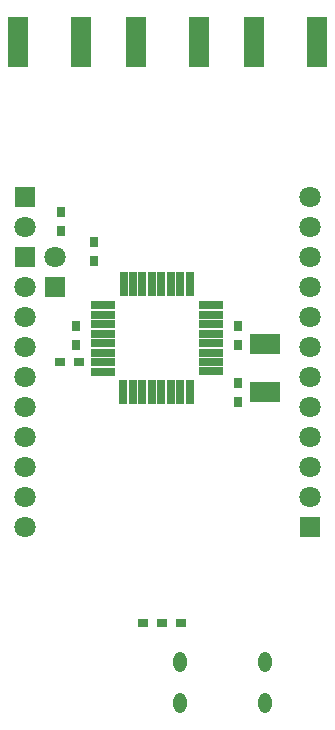
<source format=gbs>
%FSTAX24Y24*%
%MOIN*%
%SFA1B1*%

%IPPOS*%
%ADD18R,0.031500X0.037400*%
%ADD23R,0.037400X0.031500*%
%ADD26R,0.067100X0.165500*%
%ADD33O,0.043400X0.067100*%
%ADD34C,0.071000*%
%ADD35R,0.071000X0.071000*%
%ADD60R,0.083000X0.025700*%
%ADD61R,0.025700X0.083000*%
%ADD62R,0.102500X0.067100*%
%LNv3-1*%
%LPD*%
G54D18*
X0358Y033715D03*
Y033085D03*
X0369Y032085D03*
Y032715D03*
X0417Y029915D03*
Y029285D03*
Y027385D03*
Y028015D03*
X0363Y029285D03*
Y029915D03*
G54D23*
X036415Y0287D03*
X035785D03*
X038535Y02D03*
X039815D03*
X039185D03*
G54D26*
X042257Y03937D03*
X044357D03*
X03832D03*
X04042D03*
X034383D03*
X036483D03*
G54D33*
X042607Y017362D03*
X039793D03*
Y01872D03*
X042607D03*
G54D34*
X0346Y0302D03*
Y0232D03*
Y0242D03*
Y0252D03*
Y0262D03*
Y0272D03*
Y0282D03*
Y0292D03*
Y0312D03*
Y0332D03*
X0356Y0322D03*
X0441Y0342D03*
Y0332D03*
Y0322D03*
Y0312D03*
Y0302D03*
Y0292D03*
Y0282D03*
Y0272D03*
Y0262D03*
Y0252D03*
Y0242D03*
G54D35*
X0346Y0322D03*
Y0342D03*
X0356Y0312D03*
X0441Y0232D03*
G54D60*
X040804Y030602D03*
Y030287D03*
Y029972D03*
Y029657D03*
Y029343D03*
Y029028D03*
Y028713D03*
Y028398D03*
X0372Y0306D03*
Y030285D03*
Y02997D03*
Y029655D03*
Y02934D03*
Y029025D03*
Y02871D03*
Y028395D03*
G54D61*
X0401Y0277D03*
X039785D03*
X03947D03*
X039155D03*
X03884D03*
X038525D03*
X03821D03*
X037895D03*
X040102Y031304D03*
X039787D03*
X039472D03*
X039157D03*
X03884Y0313D03*
X038528Y031304D03*
X038213D03*
X037898D03*
G54D62*
X0426Y0293D03*
Y027725D03*
M02*
</source>
